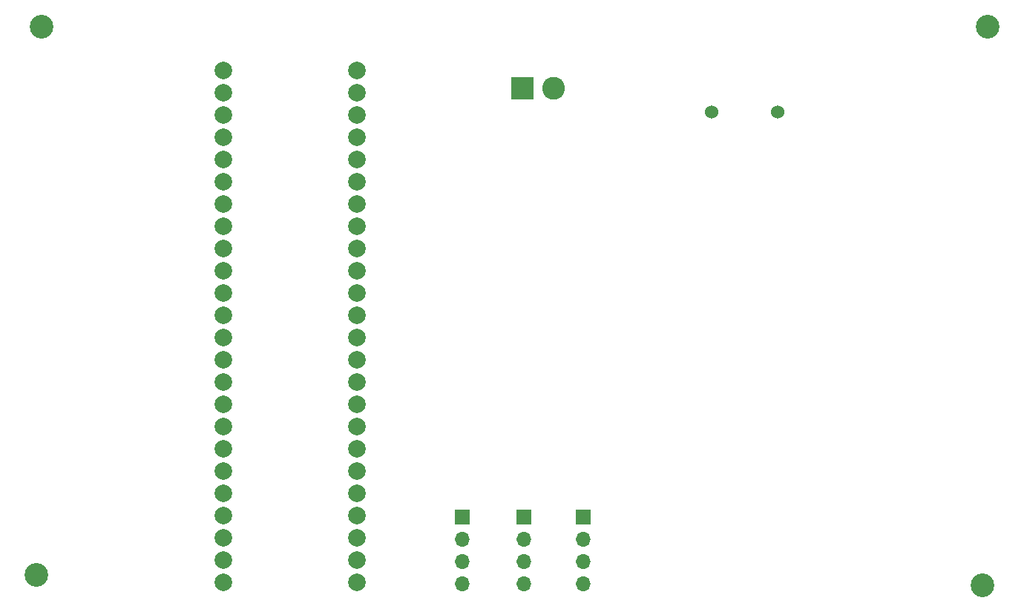
<source format=gbr>
%TF.GenerationSoftware,KiCad,Pcbnew,7.0.7*%
%TF.CreationDate,2024-01-17T14:00:17-05:00*%
%TF.ProjectId,Unified_Board,556e6966-6965-4645-9f42-6f6172642e6b,rev?*%
%TF.SameCoordinates,Original*%
%TF.FileFunction,Soldermask,Bot*%
%TF.FilePolarity,Negative*%
%FSLAX46Y46*%
G04 Gerber Fmt 4.6, Leading zero omitted, Abs format (unit mm)*
G04 Created by KiCad (PCBNEW 7.0.7) date 2024-01-17 14:00:17*
%MOMM*%
%LPD*%
G01*
G04 APERTURE LIST*
%ADD10R,1.700000X1.700000*%
%ADD11O,1.700000X1.700000*%
%ADD12R,2.600000X2.600000*%
%ADD13C,2.600000*%
%ADD14C,2.700000*%
%ADD15C,1.524000*%
%ADD16C,2.000000*%
G04 APERTURE END LIST*
D10*
%TO.C,J3*%
X107600000Y-96000000D03*
D11*
X107600000Y-98540000D03*
X107600000Y-101080000D03*
X107600000Y-103620000D03*
%TD*%
D12*
%TO.C,J1*%
X114500000Y-47000000D03*
D13*
X118000000Y-47000000D03*
%TD*%
D14*
%TO.C,H1*%
X167600000Y-40000000D03*
%TD*%
D15*
%TO.C,BZ1*%
X136100000Y-49750000D03*
X143600000Y-49750000D03*
%TD*%
D10*
%TO.C,J2*%
X114600000Y-96000000D03*
D11*
X114600000Y-98540000D03*
X114600000Y-101080000D03*
X114600000Y-103620000D03*
%TD*%
D10*
%TO.C,J4*%
X121400000Y-96000000D03*
D11*
X121400000Y-98540000D03*
X121400000Y-101080000D03*
X121400000Y-103620000D03*
%TD*%
D14*
%TO.C,H3*%
X59000000Y-102600000D03*
%TD*%
%TO.C,H2*%
X59580000Y-40000000D03*
%TD*%
%TO.C,H4*%
X167000000Y-103800000D03*
%TD*%
D16*
%TO.C,Teensy4.1*%
X80380000Y-44990000D03*
X80380000Y-47530000D03*
X80380000Y-50070000D03*
X80380000Y-52610000D03*
X80380000Y-55150000D03*
X80380000Y-57690000D03*
X80380000Y-60230000D03*
X80380000Y-62770000D03*
X80380000Y-65310000D03*
X80380000Y-67850000D03*
X80380000Y-70390000D03*
X80380000Y-72930000D03*
X80380000Y-75470000D03*
X80380000Y-78010000D03*
X80380000Y-80550000D03*
X80380000Y-83090000D03*
X80380000Y-85630000D03*
X80380000Y-88170000D03*
X80380000Y-90710000D03*
X80380000Y-93250000D03*
X80380000Y-95790000D03*
X80380000Y-98330000D03*
X80380000Y-100870000D03*
X80380000Y-103410000D03*
X95620000Y-103410000D03*
X95620000Y-100870000D03*
X95620000Y-98330000D03*
X95620000Y-95790000D03*
X95620000Y-93250000D03*
X95620000Y-90710000D03*
X95620000Y-88170000D03*
X95620000Y-85630000D03*
X95620000Y-83090000D03*
X95620000Y-80550000D03*
X95620000Y-78010000D03*
X95620000Y-75470000D03*
X95620000Y-72930000D03*
X95620000Y-70390000D03*
X95620000Y-67850000D03*
X95620000Y-65310000D03*
X95620000Y-62770000D03*
X95620000Y-60230000D03*
X95620000Y-57690000D03*
X95620000Y-55150000D03*
X95620000Y-52610000D03*
X95620000Y-50070000D03*
X95620000Y-47530000D03*
X95620000Y-44990000D03*
%TD*%
M02*

</source>
